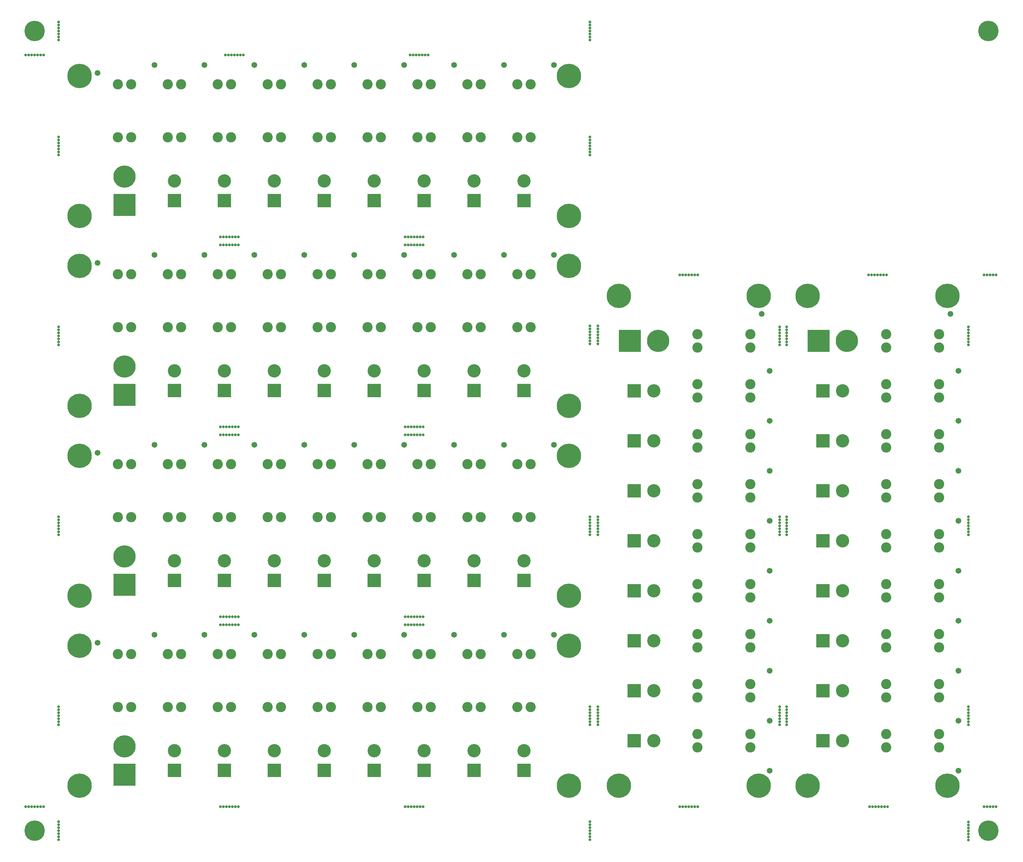
<source format=gbs>
G04*
G04 #@! TF.GenerationSoftware,Altium Limited,Altium Designer,21.8.1 (53)*
G04*
G04 Layer_Color=16711935*
%FSLAX44Y44*%
%MOMM*%
G71*
G04*
G04 #@! TF.SameCoordinates,EA1F17BB-6109-422B-8DE2-DB4FFD1B2ED1*
G04*
G04*
G04 #@! TF.FilePolarity,Negative*
G04*
G01*
G75*
%ADD36C,0.7112*%
%ADD37C,5.2032*%
%ADD38C,2.6032*%
%ADD39R,3.3782X3.3782*%
%ADD40C,3.3782*%
%ADD41C,5.6642*%
%ADD42R,5.6642X5.6642*%
%ADD43C,6.2032*%
%ADD44C,1.4732*%
%ADD45R,3.3782X3.3782*%
%ADD46R,5.6642X5.6642*%
D36*
X2482850Y99060D02*
D03*
X2475230D02*
D03*
X2467610D02*
D03*
X2459990D02*
D03*
X2452370D02*
D03*
X2413000Y59690D02*
D03*
Y52070D02*
D03*
Y44450D02*
D03*
Y36830D02*
D03*
Y29210D02*
D03*
Y21590D02*
D03*
Y13970D02*
D03*
X2204720Y1450340D02*
D03*
X2197100D02*
D03*
X2189480D02*
D03*
X2181860D02*
D03*
X2174240D02*
D03*
X2166620D02*
D03*
X2159000D02*
D03*
X1724660D02*
D03*
X1717040D02*
D03*
X1709420D02*
D03*
X1701800D02*
D03*
X1694180D02*
D03*
X1686560D02*
D03*
X1678940D02*
D03*
X2413000Y1272540D02*
D03*
Y1280160D02*
D03*
Y1287780D02*
D03*
Y1295400D02*
D03*
Y1303020D02*
D03*
Y1310640D02*
D03*
Y1318260D02*
D03*
Y789940D02*
D03*
Y797560D02*
D03*
Y805180D02*
D03*
Y812800D02*
D03*
Y820420D02*
D03*
Y828040D02*
D03*
Y835660D02*
D03*
Y307340D02*
D03*
Y314960D02*
D03*
Y322580D02*
D03*
Y330200D02*
D03*
Y337820D02*
D03*
Y345440D02*
D03*
Y353060D02*
D03*
X1950720Y1272540D02*
D03*
Y1280160D02*
D03*
Y1287780D02*
D03*
Y1295400D02*
D03*
Y1303020D02*
D03*
Y1310640D02*
D03*
Y1318260D02*
D03*
X1932940Y1272540D02*
D03*
Y1280160D02*
D03*
Y1287780D02*
D03*
Y1295400D02*
D03*
Y1303020D02*
D03*
Y1310640D02*
D03*
Y1318260D02*
D03*
X1950720Y789940D02*
D03*
Y797560D02*
D03*
Y805180D02*
D03*
Y812800D02*
D03*
Y820420D02*
D03*
Y828040D02*
D03*
Y835660D02*
D03*
X1932940Y789940D02*
D03*
Y797560D02*
D03*
Y805180D02*
D03*
Y812800D02*
D03*
Y820420D02*
D03*
Y828040D02*
D03*
Y835660D02*
D03*
X1950720Y307340D02*
D03*
Y314960D02*
D03*
Y322580D02*
D03*
Y330200D02*
D03*
Y337820D02*
D03*
Y345440D02*
D03*
Y353060D02*
D03*
X1932940Y307340D02*
D03*
Y314960D02*
D03*
Y322580D02*
D03*
Y330200D02*
D03*
Y337820D02*
D03*
Y345440D02*
D03*
Y353060D02*
D03*
X2161540Y99060D02*
D03*
X2169160D02*
D03*
X2176780D02*
D03*
X2184400D02*
D03*
X2192020D02*
D03*
X2199640D02*
D03*
X2207260D02*
D03*
X1678940D02*
D03*
X1686560D02*
D03*
X1694180D02*
D03*
X1701800D02*
D03*
X1709420D02*
D03*
X1717040D02*
D03*
X1724660D02*
D03*
X1450340Y353060D02*
D03*
Y345440D02*
D03*
Y337820D02*
D03*
Y330200D02*
D03*
Y322580D02*
D03*
Y314960D02*
D03*
Y307340D02*
D03*
X1470660Y353060D02*
D03*
Y345440D02*
D03*
Y337820D02*
D03*
Y330200D02*
D03*
Y322580D02*
D03*
Y314960D02*
D03*
Y307340D02*
D03*
X1450340Y835660D02*
D03*
Y828040D02*
D03*
Y820420D02*
D03*
Y812800D02*
D03*
Y805180D02*
D03*
Y797560D02*
D03*
Y789940D02*
D03*
X1470660Y835660D02*
D03*
Y828040D02*
D03*
Y820420D02*
D03*
Y812800D02*
D03*
Y805180D02*
D03*
Y797560D02*
D03*
Y789940D02*
D03*
X1450340Y1320800D02*
D03*
Y1313180D02*
D03*
Y1305560D02*
D03*
Y1297940D02*
D03*
Y1290320D02*
D03*
Y1282700D02*
D03*
Y1275080D02*
D03*
X1470660Y1320800D02*
D03*
Y1313180D02*
D03*
Y1305560D02*
D03*
Y1297940D02*
D03*
Y1290320D02*
D03*
Y1282700D02*
D03*
Y1275080D02*
D03*
X1450340Y1800860D02*
D03*
Y1793240D02*
D03*
Y1785620D02*
D03*
Y1778000D02*
D03*
Y1770380D02*
D03*
Y1762760D02*
D03*
Y1755140D02*
D03*
Y2092960D02*
D03*
Y2085340D02*
D03*
Y2077720D02*
D03*
Y2070100D02*
D03*
Y2062480D02*
D03*
Y2054860D02*
D03*
Y2047240D02*
D03*
X2482850Y1450340D02*
D03*
X2475230D02*
D03*
X2467610D02*
D03*
X2459990D02*
D03*
X2452370D02*
D03*
X1450340Y15240D02*
D03*
Y22860D02*
D03*
Y30480D02*
D03*
Y38100D02*
D03*
Y45720D02*
D03*
Y53340D02*
D03*
Y60960D02*
D03*
X99060Y15240D02*
D03*
Y22860D02*
D03*
Y30480D02*
D03*
Y38100D02*
D03*
Y45720D02*
D03*
Y53340D02*
D03*
Y60960D02*
D03*
X15240Y99060D02*
D03*
X22860D02*
D03*
X30480D02*
D03*
X38100D02*
D03*
X45720D02*
D03*
X53340D02*
D03*
X60960D02*
D03*
X15240Y2009140D02*
D03*
X22860D02*
D03*
X30480D02*
D03*
X38100D02*
D03*
X45720D02*
D03*
X53340D02*
D03*
X60960D02*
D03*
X99060Y2092960D02*
D03*
Y2085340D02*
D03*
Y2077720D02*
D03*
Y2070100D02*
D03*
Y2062480D02*
D03*
Y2054860D02*
D03*
Y2047240D02*
D03*
X1026160Y581660D02*
D03*
X1018540D02*
D03*
X1010920D02*
D03*
X1003300D02*
D03*
X995680D02*
D03*
X988060D02*
D03*
X980440D02*
D03*
X1026160Y561340D02*
D03*
X1018540D02*
D03*
X1010920D02*
D03*
X1003300D02*
D03*
X995680D02*
D03*
X988060D02*
D03*
X980440D02*
D03*
X1026160Y1064260D02*
D03*
X1018540D02*
D03*
X1010920D02*
D03*
X1003300D02*
D03*
X995680D02*
D03*
X988060D02*
D03*
X980440D02*
D03*
X1026160Y1043940D02*
D03*
X1018540D02*
D03*
X1010920D02*
D03*
X1003300D02*
D03*
X995680D02*
D03*
X988060D02*
D03*
X980440D02*
D03*
X510540Y561340D02*
D03*
X518160D02*
D03*
X525780D02*
D03*
X533400D02*
D03*
X541020D02*
D03*
X548640D02*
D03*
X556260D02*
D03*
X510540Y581660D02*
D03*
X518160D02*
D03*
X525780D02*
D03*
X533400D02*
D03*
X541020D02*
D03*
X548640D02*
D03*
X556260D02*
D03*
X510540Y1043940D02*
D03*
X518160D02*
D03*
X525780D02*
D03*
X533400D02*
D03*
X541020D02*
D03*
X548640D02*
D03*
X556260D02*
D03*
X510540Y1064260D02*
D03*
X518160D02*
D03*
X525780D02*
D03*
X533400D02*
D03*
X541020D02*
D03*
X548640D02*
D03*
X556260D02*
D03*
X980440Y1526540D02*
D03*
X988060D02*
D03*
X995680D02*
D03*
X1003300D02*
D03*
X1010920D02*
D03*
X1018540D02*
D03*
X1026160D02*
D03*
X980440Y1546860D02*
D03*
X988060D02*
D03*
X995680D02*
D03*
X1003300D02*
D03*
X1010920D02*
D03*
X1018540D02*
D03*
X1026160D02*
D03*
X510540Y1526540D02*
D03*
X518160D02*
D03*
X525780D02*
D03*
X533400D02*
D03*
X541020D02*
D03*
X548640D02*
D03*
X556260D02*
D03*
X510540Y1546860D02*
D03*
X518160D02*
D03*
X525780D02*
D03*
X533400D02*
D03*
X541020D02*
D03*
X548640D02*
D03*
X556260D02*
D03*
X1026160Y99060D02*
D03*
X1018540D02*
D03*
X1010920D02*
D03*
X1003300D02*
D03*
X995680D02*
D03*
X988060D02*
D03*
X980440D02*
D03*
X556260D02*
D03*
X548640D02*
D03*
X541020D02*
D03*
X533400D02*
D03*
X525780D02*
D03*
X518160D02*
D03*
X510540D02*
D03*
X99060Y307340D02*
D03*
Y314960D02*
D03*
Y322580D02*
D03*
Y330200D02*
D03*
Y337820D02*
D03*
Y345440D02*
D03*
Y353060D02*
D03*
Y789940D02*
D03*
Y797560D02*
D03*
Y805180D02*
D03*
Y812800D02*
D03*
Y820420D02*
D03*
Y828040D02*
D03*
Y835660D02*
D03*
Y1272540D02*
D03*
Y1280160D02*
D03*
Y1287780D02*
D03*
Y1295400D02*
D03*
Y1303020D02*
D03*
Y1310640D02*
D03*
Y1318260D02*
D03*
Y1755140D02*
D03*
Y1762760D02*
D03*
Y1770380D02*
D03*
Y1778000D02*
D03*
Y1785620D02*
D03*
Y1793240D02*
D03*
Y1800860D02*
D03*
X993140Y2009140D02*
D03*
X1000760D02*
D03*
X1008380D02*
D03*
X1016000D02*
D03*
X1023620D02*
D03*
X1031240D02*
D03*
X1038860D02*
D03*
X568960D02*
D03*
X561340D02*
D03*
X553720D02*
D03*
X546100D02*
D03*
X538480D02*
D03*
X530860D02*
D03*
X523240D02*
D03*
D37*
X2463800Y2070100D02*
D03*
Y38100D02*
D03*
X38100D02*
D03*
Y2070100D02*
D03*
D38*
X1858050Y376700D02*
D03*
Y410700D02*
D03*
X1723350Y376700D02*
D03*
Y410700D02*
D03*
X1858050Y1011700D02*
D03*
Y1045700D02*
D03*
X1723350Y1011700D02*
D03*
Y1045700D02*
D03*
X1858050Y1265700D02*
D03*
Y1299700D02*
D03*
X1723350Y1265700D02*
D03*
Y1299700D02*
D03*
Y664700D02*
D03*
Y630700D02*
D03*
X1858050Y664700D02*
D03*
Y630700D02*
D03*
X1723350Y791700D02*
D03*
Y757700D02*
D03*
X1858050Y791700D02*
D03*
Y757700D02*
D03*
X1723350Y283700D02*
D03*
Y249700D02*
D03*
X1858050Y283700D02*
D03*
Y249700D02*
D03*
X1723350Y537700D02*
D03*
Y503700D02*
D03*
X1858050Y537700D02*
D03*
Y503700D02*
D03*
X1723350Y1172700D02*
D03*
Y1138700D02*
D03*
X1858050Y1172700D02*
D03*
Y1138700D02*
D03*
X1723350Y918700D02*
D03*
Y884700D02*
D03*
X1858050Y918700D02*
D03*
Y884700D02*
D03*
X2338110Y376700D02*
D03*
Y410700D02*
D03*
X2203410Y376700D02*
D03*
Y410700D02*
D03*
X2338110Y1011700D02*
D03*
Y1045700D02*
D03*
X2203410Y1011700D02*
D03*
Y1045700D02*
D03*
X2338110Y1265700D02*
D03*
Y1299700D02*
D03*
X2203410Y1265700D02*
D03*
Y1299700D02*
D03*
Y664700D02*
D03*
Y630700D02*
D03*
X2338110Y664700D02*
D03*
Y630700D02*
D03*
X2203410Y791700D02*
D03*
Y757700D02*
D03*
X2338110Y791700D02*
D03*
Y757700D02*
D03*
X2203410Y283700D02*
D03*
Y249700D02*
D03*
X2338110Y283700D02*
D03*
Y249700D02*
D03*
X2203410Y537700D02*
D03*
Y503700D02*
D03*
X2338110Y537700D02*
D03*
Y503700D02*
D03*
X2203410Y1172700D02*
D03*
Y1138700D02*
D03*
X2338110Y1172700D02*
D03*
Y1138700D02*
D03*
X2203410Y918700D02*
D03*
Y884700D02*
D03*
X2338110Y918700D02*
D03*
Y884700D02*
D03*
X1172700Y486450D02*
D03*
X1138700D02*
D03*
X1172700Y351750D02*
D03*
X1138700D02*
D03*
X537700Y486450D02*
D03*
X503700D02*
D03*
X537700Y351750D02*
D03*
X503700D02*
D03*
X283700Y486450D02*
D03*
X249700D02*
D03*
X283700Y351750D02*
D03*
X249700D02*
D03*
X884700D02*
D03*
X918700D02*
D03*
X884700Y486450D02*
D03*
X918700D02*
D03*
X757700Y351750D02*
D03*
X791700D02*
D03*
X757700Y486450D02*
D03*
X791700D02*
D03*
X1265700Y351750D02*
D03*
X1299700D02*
D03*
X1265700Y486450D02*
D03*
X1299700D02*
D03*
X1011700Y351750D02*
D03*
X1045700D02*
D03*
X1011700Y486450D02*
D03*
X1045700D02*
D03*
X376700Y351750D02*
D03*
X410700D02*
D03*
X376700Y486450D02*
D03*
X410700D02*
D03*
X630700Y351750D02*
D03*
X664700D02*
D03*
X630700Y486450D02*
D03*
X664700D02*
D03*
X1172700Y969050D02*
D03*
X1138700D02*
D03*
X1172700Y834350D02*
D03*
X1138700D02*
D03*
X537700Y969050D02*
D03*
X503700D02*
D03*
X537700Y834350D02*
D03*
X503700D02*
D03*
X283700Y969050D02*
D03*
X249700D02*
D03*
X283700Y834350D02*
D03*
X249700D02*
D03*
X884700D02*
D03*
X918700D02*
D03*
X884700Y969050D02*
D03*
X918700D02*
D03*
X757700Y834350D02*
D03*
X791700D02*
D03*
X757700Y969050D02*
D03*
X791700D02*
D03*
X1265700Y834350D02*
D03*
X1299700D02*
D03*
X1265700Y969050D02*
D03*
X1299700D02*
D03*
X1011700Y834350D02*
D03*
X1045700D02*
D03*
X1011700Y969050D02*
D03*
X1045700D02*
D03*
X376700Y834350D02*
D03*
X410700D02*
D03*
X376700Y969050D02*
D03*
X410700D02*
D03*
X630700Y834350D02*
D03*
X664700D02*
D03*
X630700Y969050D02*
D03*
X664700D02*
D03*
X1172700Y1451650D02*
D03*
X1138700D02*
D03*
X1172700Y1316950D02*
D03*
X1138700D02*
D03*
X537700Y1451650D02*
D03*
X503700D02*
D03*
X537700Y1316950D02*
D03*
X503700D02*
D03*
X283700Y1451650D02*
D03*
X249700D02*
D03*
X283700Y1316950D02*
D03*
X249700D02*
D03*
X884700D02*
D03*
X918700D02*
D03*
X884700Y1451650D02*
D03*
X918700D02*
D03*
X757700Y1316950D02*
D03*
X791700D02*
D03*
X757700Y1451650D02*
D03*
X791700D02*
D03*
X1265700Y1316950D02*
D03*
X1299700D02*
D03*
X1265700Y1451650D02*
D03*
X1299700D02*
D03*
X1011700Y1316950D02*
D03*
X1045700D02*
D03*
X1011700Y1451650D02*
D03*
X1045700D02*
D03*
X376700Y1316950D02*
D03*
X410700D02*
D03*
X376700Y1451650D02*
D03*
X410700D02*
D03*
X630700Y1316950D02*
D03*
X664700D02*
D03*
X630700Y1451650D02*
D03*
X664700D02*
D03*
X1172700Y1934250D02*
D03*
X1138700D02*
D03*
X1172700Y1799550D02*
D03*
X1138700D02*
D03*
X537700Y1934250D02*
D03*
X503700D02*
D03*
X537700Y1799550D02*
D03*
X503700D02*
D03*
X283700Y1934250D02*
D03*
X249700D02*
D03*
X283700Y1799550D02*
D03*
X249700D02*
D03*
X884700D02*
D03*
X918700D02*
D03*
X884700Y1934250D02*
D03*
X918700D02*
D03*
X757700Y1799550D02*
D03*
X791700D02*
D03*
X757700Y1934250D02*
D03*
X791700D02*
D03*
X1265700Y1799550D02*
D03*
X1299700D02*
D03*
X1265700Y1934250D02*
D03*
X1299700D02*
D03*
X1011700Y1799550D02*
D03*
X1045700D02*
D03*
X1011700Y1934250D02*
D03*
X1045700D02*
D03*
X376700Y1799550D02*
D03*
X410700D02*
D03*
X376700Y1934250D02*
D03*
X410700D02*
D03*
X630700Y1799550D02*
D03*
X664700D02*
D03*
X630700Y1934250D02*
D03*
X664700D02*
D03*
D39*
X1562500Y901700D02*
D03*
Y520700D02*
D03*
Y266700D02*
D03*
Y393700D02*
D03*
Y774700D02*
D03*
Y647700D02*
D03*
Y1028700D02*
D03*
Y1155700D02*
D03*
X2042560Y901700D02*
D03*
Y520700D02*
D03*
Y266700D02*
D03*
Y393700D02*
D03*
Y774700D02*
D03*
Y647700D02*
D03*
Y1028700D02*
D03*
Y1155700D02*
D03*
D40*
X1612500Y901700D02*
D03*
Y520700D02*
D03*
Y266700D02*
D03*
Y393700D02*
D03*
Y774700D02*
D03*
Y647700D02*
D03*
Y1028700D02*
D03*
Y1155700D02*
D03*
X2092560Y901700D02*
D03*
Y520700D02*
D03*
Y266700D02*
D03*
Y393700D02*
D03*
Y774700D02*
D03*
Y647700D02*
D03*
Y1028700D02*
D03*
Y1155700D02*
D03*
X647700Y240900D02*
D03*
X1028700D02*
D03*
X1282700D02*
D03*
X1155700D02*
D03*
X774700D02*
D03*
X901700D02*
D03*
X520700D02*
D03*
X393700D02*
D03*
X647700Y723500D02*
D03*
X1028700D02*
D03*
X1282700D02*
D03*
X1155700D02*
D03*
X774700D02*
D03*
X901700D02*
D03*
X520700D02*
D03*
X393700D02*
D03*
X647700Y1206100D02*
D03*
X1028700D02*
D03*
X1282700D02*
D03*
X1155700D02*
D03*
X774700D02*
D03*
X901700D02*
D03*
X520700D02*
D03*
X393700D02*
D03*
X647700Y1688700D02*
D03*
X1028700D02*
D03*
X1282700D02*
D03*
X1155700D02*
D03*
X774700D02*
D03*
X901700D02*
D03*
X520700D02*
D03*
X393700D02*
D03*
D41*
X1623500Y1282700D02*
D03*
X2103560D02*
D03*
X266700Y251900D02*
D03*
Y734500D02*
D03*
Y1217100D02*
D03*
Y1699700D02*
D03*
D42*
X1551500Y1282700D02*
D03*
X2031560D02*
D03*
D43*
X1524000Y1397000D02*
D03*
X1879600D02*
D03*
Y152400D02*
D03*
X1524000D02*
D03*
X2004060Y1397000D02*
D03*
X2359660D02*
D03*
Y152400D02*
D03*
X2004060D02*
D03*
X152400D02*
D03*
Y508000D02*
D03*
X1397000D02*
D03*
Y152400D02*
D03*
X152400Y635000D02*
D03*
Y990600D02*
D03*
X1397000D02*
D03*
Y635000D02*
D03*
X152400Y1117600D02*
D03*
Y1473200D02*
D03*
X1397000D02*
D03*
Y1117600D02*
D03*
X152400Y1600200D02*
D03*
Y1955800D02*
D03*
X1397000D02*
D03*
Y1600200D02*
D03*
D44*
X1907540Y190500D02*
D03*
Y317500D02*
D03*
Y444500D02*
D03*
Y571500D02*
D03*
Y698500D02*
D03*
Y825500D02*
D03*
Y952500D02*
D03*
Y1079500D02*
D03*
Y1206500D02*
D03*
X1887220Y1351280D02*
D03*
X2387600Y190500D02*
D03*
Y317500D02*
D03*
Y444500D02*
D03*
Y571500D02*
D03*
Y698500D02*
D03*
Y825500D02*
D03*
Y952500D02*
D03*
Y1079500D02*
D03*
Y1206500D02*
D03*
X2367280Y1351280D02*
D03*
X1358900Y535940D02*
D03*
X1231900D02*
D03*
X1104900D02*
D03*
X977900D02*
D03*
X850900D02*
D03*
X723900D02*
D03*
X596900D02*
D03*
X469900D02*
D03*
X342900D02*
D03*
X198120Y515620D02*
D03*
X1358900Y1018540D02*
D03*
X1231900D02*
D03*
X1104900D02*
D03*
X977900D02*
D03*
X850900D02*
D03*
X723900D02*
D03*
X596900D02*
D03*
X469900D02*
D03*
X342900D02*
D03*
X198120Y998220D02*
D03*
X1358900Y1501140D02*
D03*
X1231900D02*
D03*
X1104900D02*
D03*
X977900D02*
D03*
X850900D02*
D03*
X723900D02*
D03*
X596900D02*
D03*
X469900D02*
D03*
X342900D02*
D03*
X198120Y1480820D02*
D03*
X1358900Y1983740D02*
D03*
X1231900D02*
D03*
X1104900D02*
D03*
X977900D02*
D03*
X850900D02*
D03*
X723900D02*
D03*
X596900D02*
D03*
X469900D02*
D03*
X342900D02*
D03*
X198120Y1963420D02*
D03*
D45*
X647700Y190900D02*
D03*
X1028700D02*
D03*
X1282700D02*
D03*
X1155700D02*
D03*
X774700D02*
D03*
X901700D02*
D03*
X520700D02*
D03*
X393700D02*
D03*
X647700Y673500D02*
D03*
X1028700D02*
D03*
X1282700D02*
D03*
X1155700D02*
D03*
X774700D02*
D03*
X901700D02*
D03*
X520700D02*
D03*
X393700D02*
D03*
X647700Y1156100D02*
D03*
X1028700D02*
D03*
X1282700D02*
D03*
X1155700D02*
D03*
X774700D02*
D03*
X901700D02*
D03*
X520700D02*
D03*
X393700D02*
D03*
X647700Y1638700D02*
D03*
X1028700D02*
D03*
X1282700D02*
D03*
X1155700D02*
D03*
X774700D02*
D03*
X901700D02*
D03*
X520700D02*
D03*
X393700D02*
D03*
D46*
X266700Y179900D02*
D03*
Y662500D02*
D03*
Y1145100D02*
D03*
Y1627700D02*
D03*
M02*

</source>
